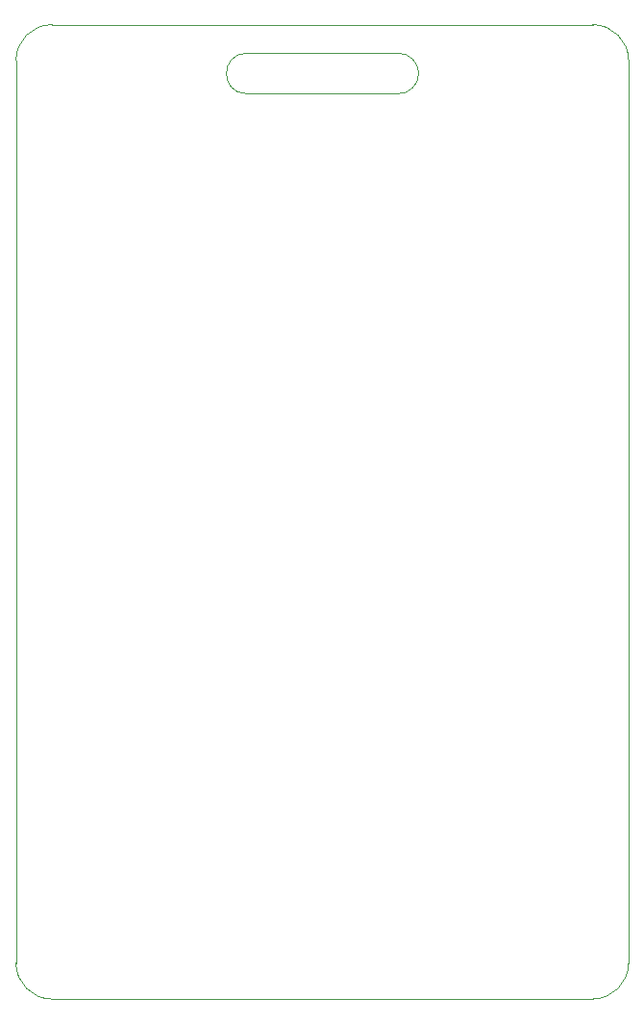
<source format=gm1>
G04 #@! TF.GenerationSoftware,KiCad,Pcbnew,7.0.1-0*
G04 #@! TF.CreationDate,2023-06-22T23:02:25+02:00*
G04 #@! TF.ProjectId,nfc_reader,6e66635f-7265-4616-9465-722e6b696361,1.1*
G04 #@! TF.SameCoordinates,PX354a940PY3072580*
G04 #@! TF.FileFunction,Profile,NP*
%FSLAX46Y46*%
G04 Gerber Fmt 4.6, Leading zero omitted, Abs format (unit mm)*
G04 Created by KiCad (PCBNEW 7.0.1-0) date 2023-06-22 23:02:25*
%MOMM*%
%LPD*%
G01*
G04 APERTURE LIST*
G04 #@! TA.AperFunction,Profile*
%ADD10C,0.100000*%
G04 #@! TD*
G04 APERTURE END LIST*
D10*
X53975000Y-3175000D02*
G75*
G03*
X50800000Y0I-3175000J0D01*
G01*
X33655002Y-6079997D02*
G75*
G03*
X33654519Y-2520015I42498J1779997D01*
G01*
X0Y-3175000D02*
X0Y-82550000D01*
X0Y-82550000D02*
G75*
G03*
X3175000Y-85725000I3175000J0D01*
G01*
X53975000Y-82550000D02*
X53975000Y-3175000D01*
X50800000Y-85725000D02*
G75*
G03*
X53975000Y-82550000I0J3175000D01*
G01*
X33655002Y-6079998D02*
X20320000Y-6080000D01*
X3175000Y-85725000D02*
X50800000Y-85725000D01*
X20320000Y-2520000D02*
G75*
G03*
X20320000Y-6080000I0J-1780000D01*
G01*
X50800000Y0D02*
X3175000Y0D01*
X3175000Y0D02*
G75*
G03*
X0Y-3175000I0J-3175000D01*
G01*
X20320000Y-2520000D02*
X33654519Y-2520014D01*
M02*

</source>
